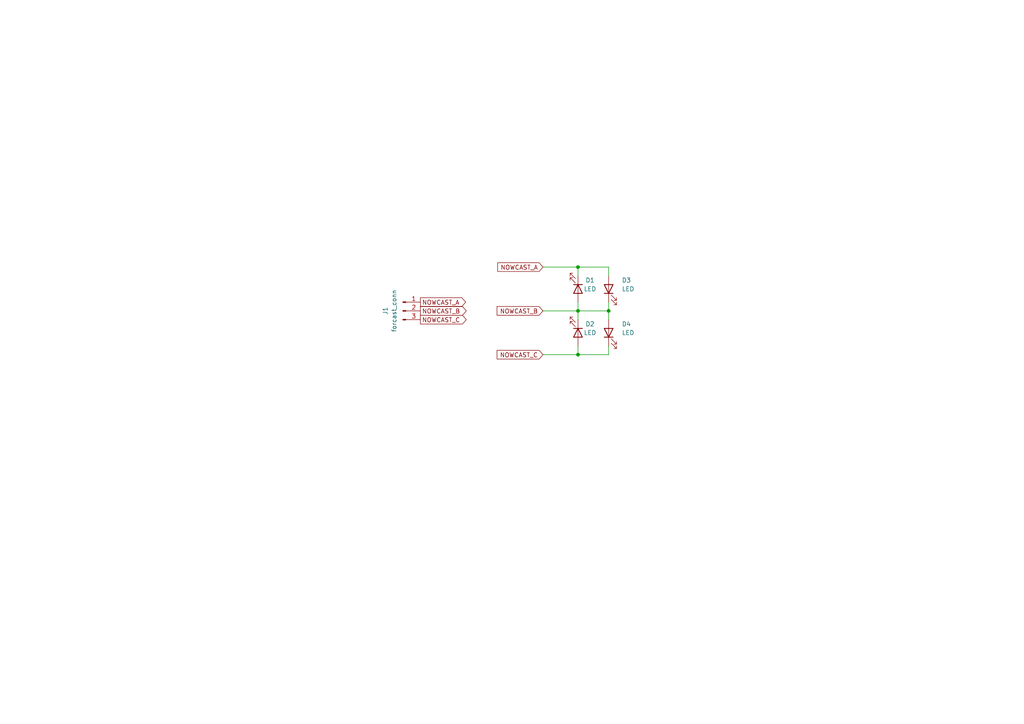
<source format=kicad_sch>
(kicad_sch (version 20230121) (generator eeschema)
  (paper "A4")
  (lib_symbols
    (symbol "Connector:Conn_01x03_Pin" (pin_names (offset 1.016) hide)
      (property "Reference" "J" (at 0 5.08 0))
      (property "Value" "Conn_01x03_Pin" (at 0 -5.08 0))
      (symbol "Conn_01x03_Pin_1_1"
        (polyline (pts (xy 1.27 -2.54) (xy 0.8636 -2.54)) (stroke (width 0.1524)))
        (polyline (pts (xy 1.27 0) (xy 0.8636 0)) (stroke (width 0.1524)))
        (polyline (pts (xy 1.27 2.54) (xy 0.8636 2.54)) (stroke (width 0.1524)))
        (rectangle (start 0.8636 -2.413) (end 0 -2.667) (stroke (width 0.1524)) (fill (type outline)))
        (rectangle (start 0.8636 0.127) (end 0 -0.127) (stroke (width 0.1524)) (fill (type outline)))
        (rectangle (start 0.8636 2.667) (end 0 2.413) (stroke (width 0.1524)) (fill (type outline)))
        (pin passive line (at 5.08 2.54 180) (length 3.81) (name "Pin_1") (number "1"))
        (pin passive line (at 5.08 0 180) (length 3.81) (name "Pin_2") (number "2"))
        (pin passive line (at 5.08 -2.54 180) (length 3.81) (name "Pin_3") (number "3"))
      )
    )
    (symbol "Device:LED" (pin_numbers hide) (pin_names (offset 1.016) hide)
      (property "Reference" "D" (at 0 2.54 0))
      (property "Value" "LED" (at 0 -2.54 0))
      (symbol "LED_0_1"
        (polyline (pts (xy -1.27 -1.27) (xy -1.27 1.27)) (stroke (width 0.254)))
        (polyline (pts (xy -1.27 0) (xy 1.27 0)))
        (polyline (pts (xy 1.27 -1.27) (xy 1.27 1.27) (xy -1.27 0) (xy 1.27 -1.27)) (stroke (width 0.254)))
        (polyline (pts (xy -3.048 -0.762) (xy -4.572 -2.286) (xy -3.81 -2.286) (xy -4.572 -2.286) (xy -4.572 -1.524)))
        (polyline (pts (xy -1.778 -0.762) (xy -3.302 -2.286) (xy -2.54 -2.286) (xy -3.302 -2.286) (xy -3.302 -1.524)))
      )
      (symbol "LED_1_1"
        (pin passive line (at -3.81 0 0) (length 2.54) (name "K") (number "1"))
        (pin passive line (at 3.81 0 180) (length 2.54) (name "A") (number "2"))
      )
    )
  )
  (junction (at 167.64 77.47))
  (junction (at 167.64 90.17))
  (junction (at 167.64 102.87))
  (junction (at 176.53 90.17))
  (wire (pts (xy 167.64 77.47) (xy 167.64 80.01)))
  (wire (pts (xy 176.53 87.63) (xy 176.53 90.17)))
  (wire (pts (xy 167.64 90.17) (xy 167.64 92.71)))
  (wire (pts (xy 167.64 87.63) (xy 167.64 90.17)))
  (wire (pts (xy 176.53 90.17) (xy 176.53 92.71)))
  (wire (pts (xy 167.64 77.47) (xy 176.53 77.47)))
  (wire (pts (xy 157.48 90.17) (xy 167.64 90.17)))
  (wire (pts (xy 157.48 77.47) (xy 167.64 77.47)))
  (wire (pts (xy 176.53 77.47) (xy 176.53 80.01)))
  (wire (pts (xy 176.53 100.33) (xy 176.53 102.87)))
  (wire (pts (xy 167.64 90.17) (xy 176.53 90.17)))
  (wire (pts (xy 167.64 102.87) (xy 176.53 102.87)))
  (wire (pts (xy 157.48 102.87) (xy 167.64 102.87)))
  (wire (pts (xy 167.64 100.33) (xy 167.64 102.87)))
  (global_label "NOWCAST_B" (shape output) (at 121.92 90.17 0) (property "Intersheetrefs" "${INTERSHEET_REFS}" (effects hide)))
  (global_label "NOWCAST_B" (shape input) (at 157.48 90.17 180) (property "Intersheetrefs" "${INTERSHEET_REFS}" (effects hide)))
  (global_label "NOWCAST_A" (shape input) (at 157.48 77.47 180) (property "Intersheetrefs" "${INTERSHEET_REFS}" (effects hide)))
  (global_label "NOWCAST_A" (shape output) (at 121.92 87.63 0) (property "Intersheetrefs" "${INTERSHEET_REFS}" (effects hide)))
  (global_label "NOWCAST_C" (shape output) (at 121.92 92.71 0) (property "Intersheetrefs" "${INTERSHEET_REFS}" (effects hide)))
  (global_label "NOWCAST_C" (shape input) (at 157.48 102.87 180) (property "Intersheetrefs" "${INTERSHEET_REFS}" (effects hide)))
  (symbol (lib_id "Device:LED") (at 176.53 96.52 90) (unit 1)
    (property "Reference" "D4" (at 180.34 93.98 90) (effects (justify right)))
    (property "Value" "LED" (at 180.34 96.52 90) (effects (justify right)))
    (property "Footprint" "LED_THT:LED_D5.0mm" (effects hide))
  )
  (symbol (lib_id "Device:LED") (at 176.53 83.82 90) (unit 1)
    (property "Reference" "D3" (at 180.34 81.28 90) (effects (justify right)))
    (property "Value" "LED" (at 180.34 83.82 90) (effects (justify right)))
    (property "Footprint" "LED_THT:LED_D5.0mm" (effects hide))
  )
  (symbol (lib_id "Device:LED") (at 167.64 83.82 270) (unit 1)
    (property "Reference" "D1" (at 171.1325 81.28 90))
    (property "Value" "LED" (at 171.1325 83.82 90))
    (property "Footprint" "LED_THT:LED_D5.0mm" (effects hide))
  )
  (symbol (lib_id "Connector:Conn_01x03_Pin") (at 116.84 90.17 0) (unit 1)
    (property "Reference" "J1" (at 111.76 90.17 90))
    (property "Value" "forcast_conn" (at 114.3 90.17 90))
    (property "Footprint" "Connector_JST:JST_XH_B3B-XH-A_1x03_P2.50mm_Vertical" (effects hide))
  )
  (symbol (lib_id "Device:LED") (at 167.64 96.52 270) (unit 1)
    (property "Reference" "D2" (at 171.1325 93.98 90))
    (property "Value" "LED" (at 171.1325 96.52 90))
    (property "Footprint" "LED_THT:LED_D5.0mm" (effects hide))
  )
)
</source>
